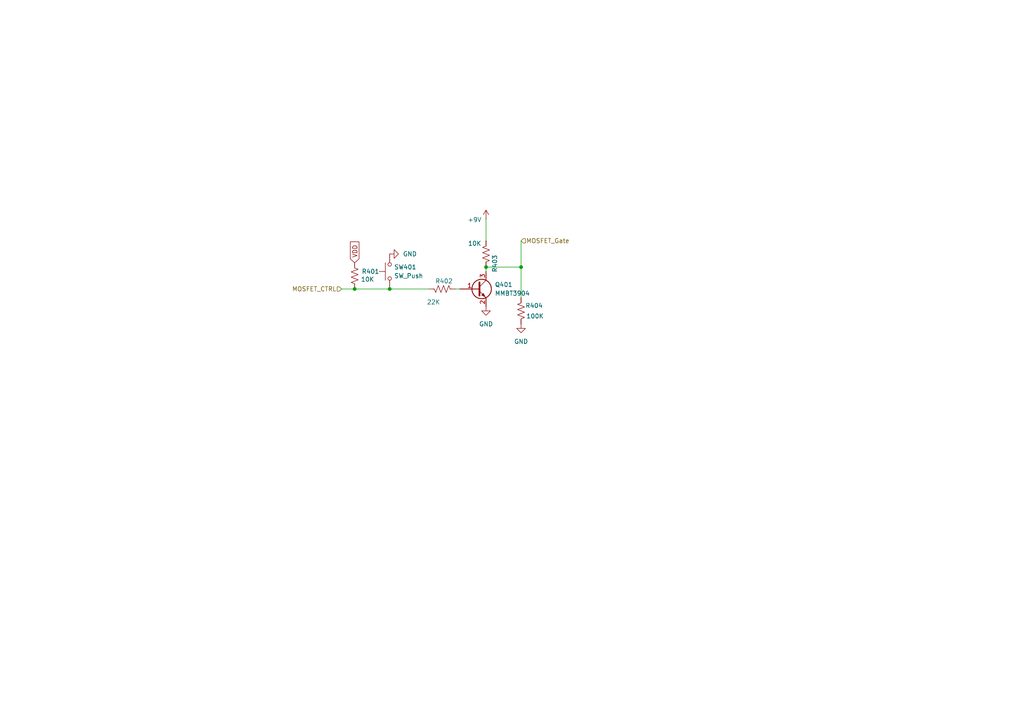
<source format=kicad_sch>
(kicad_sch (version 20250114) (generator "eeschema") (generator_version "9.0")
  (paper "A4")
  (lib_symbols
    (symbol "Device:R_US" (pin_numbers (hide yes)) (pin_names (offset 0))
      (property "Reference" "R" (at 2.54 0 90))
      (property "Value" "R_US" (at -2.54 0 90))
      (symbol "R_US_0_1"
        (polyline (pts (xy 0 2.286) (xy 0 2.54)))
        (polyline (pts (xy 0 2.286) (xy 1.016 1.905) (xy 0 1.524) (xy -1.016 1.143) (xy 0 0.762)))
        (polyline (pts (xy 0 0.762) (xy 1.016 0.381) (xy 0 0) (xy -1.016 -0.381) (xy 0 -0.762)))
        (polyline (pts (xy 0 -0.762) (xy 1.016 -1.143) (xy 0 -1.524) (xy -1.016 -1.905) (xy 0 -2.286)))
        (polyline (pts (xy 0 -2.286) (xy 0 -2.54)))
      )
      (symbol "R_US_1_1"
        (pin passive line (at 0 3.81 270) (length 1.27) (name "~") (number "1"))
        (pin passive line (at 0 -3.81 90) (length 1.27) (name "~") (number "2"))
      )
    )
    (symbol "Switch:SW_Push" (pin_numbers (hide yes)) (pin_names (offset 1.016) (hide yes))
      (property "Reference" "SW" (at 1.27 2.54 0))
      (property "Value" "SW_Push" (at 0 -1.524 0))
      (symbol "SW_Push_0_1"
        (circle (center -2.032 0) (radius 0.508))
        (polyline (pts (xy 0 1.27) (xy 0 3.048)))
        (circle (center 2.032 0) (radius 0.508))
        (polyline (pts (xy 2.54 1.27) (xy -2.54 1.27)))
        (pin passive line (at -5.08 0 0) (length 2.54) (name "1") (number "1"))
        (pin passive line (at 5.08 0 180) (length 2.54) (name "2") (number "2"))
      )
    )
    (symbol "Transistor_BJT:MMBT3904" (pin_names (offset 0) (hide yes))
      (property "Reference" "Q" (at 5.08 1.905 0))
      (property "Value" "MMBT3904" (at 5.08 0 0))
      (symbol "MMBT3904_0_1"
        (polyline (pts (xy 0.635 1.905) (xy 0.635 -1.905) (xy 0.635 -1.905)) (stroke (width 0.508)))
        (polyline (pts (xy 0.635 0.635) (xy 2.54 2.54)))
        (polyline (pts (xy 0.635 -0.635) (xy 2.54 -2.54) (xy 2.54 -2.54)))
        (circle (center 1.27 0) (radius 2.8194) (stroke (width 0.254)))
        (polyline (pts (xy 1.27 -1.778) (xy 1.778 -1.27) (xy 2.286 -2.286) (xy 1.27 -1.778) (xy 1.27 -1.778)) (fill (type outline)))
      )
      (symbol "MMBT3904_1_1"
        (pin input line (at -5.08 0 0) (length 5.715) (name "B") (number "1"))
        (pin passive line (at 2.54 5.08 270) (length 2.54) (name "C") (number "3"))
        (pin passive line (at 2.54 -5.08 90) (length 2.54) (name "E") (number "2"))
      )
    )
    (symbol "power:+9V" (power) (pin_numbers (hide yes)) (pin_names (offset 0) (hide yes))
      (property "Value" "+9V" (at 0 3.556 0))
      (symbol "+9V_0_1"
        (polyline (pts (xy -0.762 1.27) (xy 0 2.54)))
        (polyline (pts (xy 0 2.54) (xy 0.762 1.27)))
        (polyline (pts (xy 0 0) (xy 0 2.54)))
      )
      (symbol "+9V_1_1"
        (pin power_in line (at 0 0 90) (length 0) (name "~") (number "1"))
      )
    )
    (symbol "power:GND" (power) (pin_names (offset 0))
      (property "Value" "GND" (at 0 -3.81 0))
      (symbol "GND_0_1"
        (polyline (pts (xy 0 0) (xy 0 -1.27) (xy 1.27 -1.27) (xy 0 -2.54) (xy -1.27 -1.27) (xy 0 -1.27)))
      )
      (symbol "GND_1_1"
        (pin power_in line (at 0 0 270) (length 0) (hide yes) (name "GND") (number "1"))
      )
    )
  )
  (junction (at 113.03 83.82))
  (junction (at 102.87 83.82))
  (junction (at 140.97 77.47))
  (junction (at 151.13 77.47))
  (wire (pts (xy 133.35 83.82) (xy 132.08 83.82)))
  (wire (pts (xy 140.97 69.85) (xy 140.97 63.5)))
  (wire (pts (xy 99.06 83.82) (xy 102.87 83.82)))
  (wire (pts (xy 113.03 83.82) (xy 124.46 83.82)))
  (wire (pts (xy 140.97 77.47) (xy 140.97 78.74)))
  (wire (pts (xy 102.87 83.82) (xy 113.03 83.82)))
  (wire (pts (xy 151.13 77.47) (xy 151.13 86.36)))
  (wire (pts (xy 151.13 77.47) (xy 140.97 77.47)))
  (wire (pts (xy 151.13 69.85) (xy 151.13 77.47)))
  (global_label "VDD" (shape input) (at 102.87 76.2 90) (property "Intersheetrefs" "${INTERSHEET_REFS}" (effects (hide yes))))
  (hierarchical_label "MOSFET_CTRL" (shape input) (at 99.06 83.82 180))
  (hierarchical_label "MOSFET_Gate" (shape input) (at 151.13 69.85 0))
  (symbol (lib_id "Device:R_US") (at 128.27 83.82 90) (mirror x) (unit 1)
    (property "Reference" "R402" (at 128.778 81.534 90))
    (property "Value" "22K" (at 125.73 87.63 90))
    (property "Footprint" "Resistor_SMD:R_0805_2012Metric_Pad1.20x1.40mm_HandSolder" (effects (hide yes)))
    (property "Description" "Resistor, US symbol" (effects (hide yes)))
    (property "Function" "BJTCurrentLimit1" (effects (hide yes)))
    (instances (project "VoltmeterFrontEnd_DualChannels" (path "" (reference "R402") (unit 1)) (path "" (reference "R502") (unit 1))))
  )
  (symbol (lib_id "Transistor_BJT:MMBT3904") (at 138.43 83.82 0) (unit 1)
    (property "Reference" "Q401" (at 143.51 82.5499 0) (effects (justify left)))
    (property "Value" "MMBT3904" (at 143.51 85.0899 0) (effects (justify left)))
    (property "Footprint" "Package_TO_SOT_SMD:SOT-23" (effects (hide yes)))
    (property "Datasheet" "https://www.onsemi.com/pdf/datasheet/pzt3904-d.pdf" (effects (hide yes)))
    (property "Description" "0.2A Ic, 40V Vce, Small Signal NPN Transistor, SOT-23" (effects (hide yes)))
    (property "ValueTemp" "MMBT3904" (effects (hide yes)))
    (property "Function" "Range Switch Control" (effects (hide yes)))
    (instances (project "VoltmeterFrontEnd_DualChannels" (path "" (reference "Q401") (unit 1)) (path "" (reference "Q501") (unit 1))))
  )
  (symbol (lib_id "Device:R_US") (at 140.97 73.66 0) (mirror x) (unit 1)
    (property "Reference" "R403" (at 143.51 76.454 90))
    (property "Value" "10K" (at 137.668 70.612 0))
    (property "Footprint" "Resistor_SMD:R_0805_2012Metric_Pad1.20x1.40mm_HandSolder" (effects (hide yes)))
    (property "Description" "Resistor, US symbol" (effects (hide yes)))
    (property "Function" "BJTCurrentLimit2" (effects (hide yes)))
    (instances (project "VoltmeterFrontEnd_DualChannels" (path "" (reference "R403") (unit 1)) (path "" (reference "R503") (unit 1))))
  )
  (symbol (lib_id "Switch:SW_Push") (at 113.03 78.74 90) (unit 1)
    (property "Reference" "SW401" (at 114.3 77.4699 90) (effects (justify right)))
    (property "Value" "SW_Push" (at 114.3 80.0099 90) (effects (justify right)))
    (property "Footprint" "Button_Switch_SMD:SW_SPST_CK_RS282G05A3" (effects (hide yes)))
    (property "Description" "Push button switch, generic, two pins" (effects (hide yes)))
    (property "ValueTemp" "SW_Push" (effects (hide yes)))
    (instances (project "VoltmeterFrontEnd_DualChannels" (path "" (reference "SW401") (unit 1)) (path "" (reference "SW501") (unit 1))))
  )
  (symbol (lib_id "Device:R_US") (at 151.13 90.17 0) (mirror x) (unit 1)
    (property "Reference" "R404" (at 157.48 88.646 0) (effects (justify right)))
    (property "Value" "100K" (at 157.734 91.694 0) (effects (justify right)))
    (property "Footprint" "Resistor_SMD:R_0805_2012Metric_Pad1.20x1.40mm_HandSolder" (effects (hide yes)))
    (property "Description" "Resistor, US symbol" (effects (hide yes)))
    (property "Function" "MOSFET Bleeder1" (effects (hide yes)))
    (instances (project "VoltmeterFrontEnd_DualChannels" (path "" (reference "R404") (unit 1)) (path "" (reference "R504") (unit 1))))
  )
  (symbol (lib_id "Device:R_US") (at 102.87 80.01 0) (unit 1)
    (property "Reference" "R401" (at 104.902 78.74 0) (effects (justify left)))
    (property "Value" "10K" (at 104.648 81.026 0) (effects (justify left)))
    (property "Footprint" "Resistor_SMD:R_0805_2012Metric_Pad1.20x1.40mm_HandSolder" (effects (hide yes)))
    (property "Description" "Resistor, US symbol" (effects (hide yes)))
    (property "Function" "V Driver Pullup" (effects (hide yes)))
    (instances (project "VoltmeterFrontEnd_DualChannels" (path "" (reference "R401") (unit 1)) (path "" (reference "R501") (unit 1))))
  )
  (symbol (lib_id "power:GND") (at 113.03 73.66 90) (unit 1)
    (property "Reference" "#PWR0401" (effects (hide yes)))
    (property "Value" "GND" (at 116.84 73.6599 90) (effects (justify right)))
    (property "Description" "Power symbol creates a global label with name \"GND\" , ground" (effects (hide yes)))
    (instances (project "VoltmeterFrontEnd_DualChannels" (path "" (reference "#PWR0401") (unit 1)) (path "" (reference "#PWR0501") (unit 1))))
  )
  (symbol (lib_id "power:GND") (at 140.97 88.9 0) (mirror y) (unit 1)
    (property "Reference" "#PWR0403" (effects (hide yes)))
    (property "Value" "GND" (at 140.97 93.98 0))
    (property "Description" "Power symbol creates a global label with name \"GND\" , ground" (effects (hide yes)))
    (instances (project "VoltmeterFrontEnd_DualChannels" (path "" (reference "#PWR0403") (unit 1)) (path "" (reference "#PWR0503") (unit 1))))
  )
  (symbol (lib_id "power:+9V") (at 140.97 63.5 0) (mirror y) (unit 1)
    (property "Reference" "#PWR0402" (effects (hide yes)))
    (property "Value" "+9V" (at 139.7 63.754 0) (effects (justify left)))
    (property "Description" "Power symbol creates a global label with name \"+9V\"" (effects (hide yes)))
    (instances (project "VoltmeterFrontEnd_DualChannels" (path "" (reference "#PWR0402") (unit 1)) (path "" (reference "#PWR0502") (unit 1))))
  )
  (symbol (lib_id "power:GND") (at 151.13 93.98 0) (mirror y) (unit 1)
    (property "Reference" "#PWR0404" (effects (hide yes)))
    (property "Value" "GND" (at 151.13 99.06 0))
    (property "Description" "Power symbol creates a global label with name \"GND\" , ground" (effects (hide yes)))
    (instances (project "VoltmeterFrontEnd_DualChannels" (path "" (reference "#PWR0404") (unit 1)) (path "" (reference "#PWR0504") (unit 1))))
  )
)
</source>
